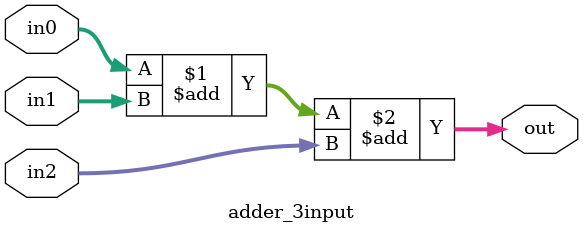
<source format=sv>


module adder_3input
  #(parameter int WIDTH=16)
   (
    input logic [WIDTH-1:0]  in0, in1, in2,
    output logic [WIDTH-1:0] out
    );

   // Uncomment to test a normal 2-input adder for resources and/or timing.
   // For WIDTH==16:
   // 8 ALMs:
   // Slow 900mV 100C model: (850.34 MHz, 645.26 MHz restricted)
   //assign out = in0 + in1;  
   
   // For WIDTH==16:
   // 8 ALMs:
   // Slow 900mV 100C model: (757.0 MHz, 645.26 MHz restricted)
   // The potential frequency of the 3-input adder is lower due to a longer
   // path through each ALM, but since both adders are above the restricted
   // frequency, they are effectively the same.
   assign out = in0 + in1 + in2;

   // NOTE: The 3-input add starts requiring more ALMs for WIDTH > 16. I suspect
   // this is because the shared_out and carry_out signals can't propagate
   // indefinitely between adjacent ALMs. I need to verify, but I'm guessing
   // once reaching the end of a LAB, extra ALMs are need to handle the
   // transition between the next lab.
         
endmodule

</source>
